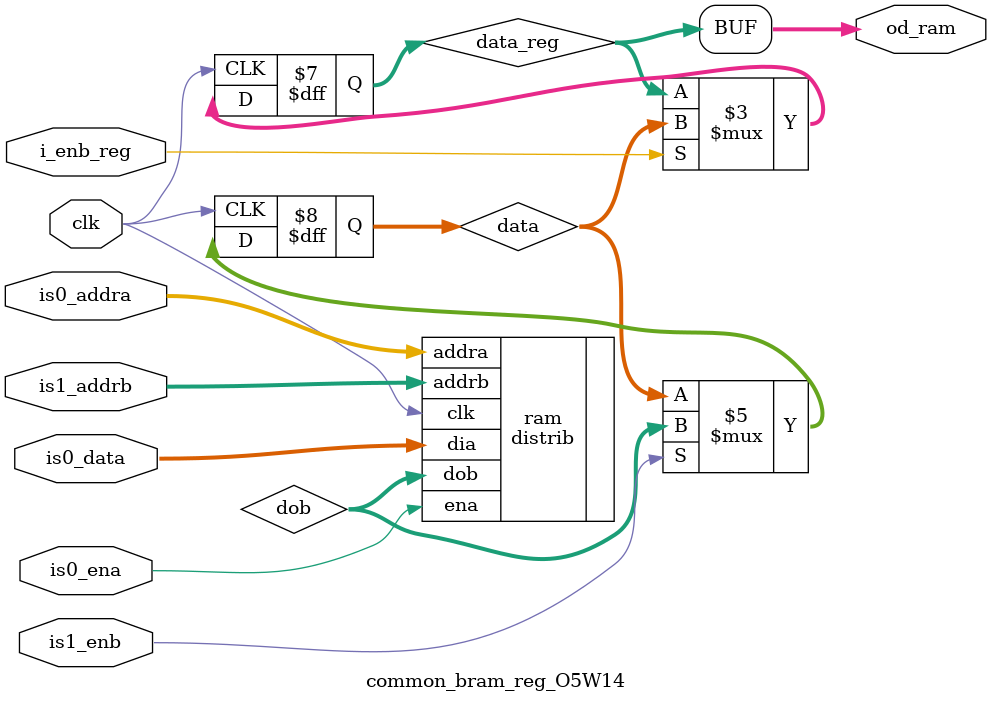
<source format=sv>
`timescale 100ps/100ps

(* keep_hierarchy = "yes" *) module common_bram_reg_O5W14 (
    input  bit clk,
    input  bit is0_ena,
    input  bit [4:0] is0_addra,
    input  bit [13:0] is0_data,
    input  bit is1_enb,
    input  bit [4:0] is1_addrb,
    input  bit i_enb_reg,
    output bit [13:0] od_ram
);


///////////////////////////////////////////////////////////
///////////////////////////////////////////////////////////
bit [13:0] data;
bit [13:0] data_reg;
bit [13:0] dob;

distrib #(
    .ORDER               (5),
    .WIDTH               (14))
ram (
    .clk                 (clk),
    .ena                 (is0_ena),
    .addra               (is0_addra),
    .dia                 (is0_data),
    .addrb               (is1_addrb),
    .dob                 (dob));


///////////////////////////////////////////////////////////
///////////////////////////////////////////////////////////
always_ff @(posedge clk)
begin
    if (is1_enb) begin
        data <= dob;
    end
end
always_ff @(posedge clk)
begin
    if (i_enb_reg) begin
        data_reg <= data;
    end
end
assign od_ram = data_reg;

endmodule
</source>
